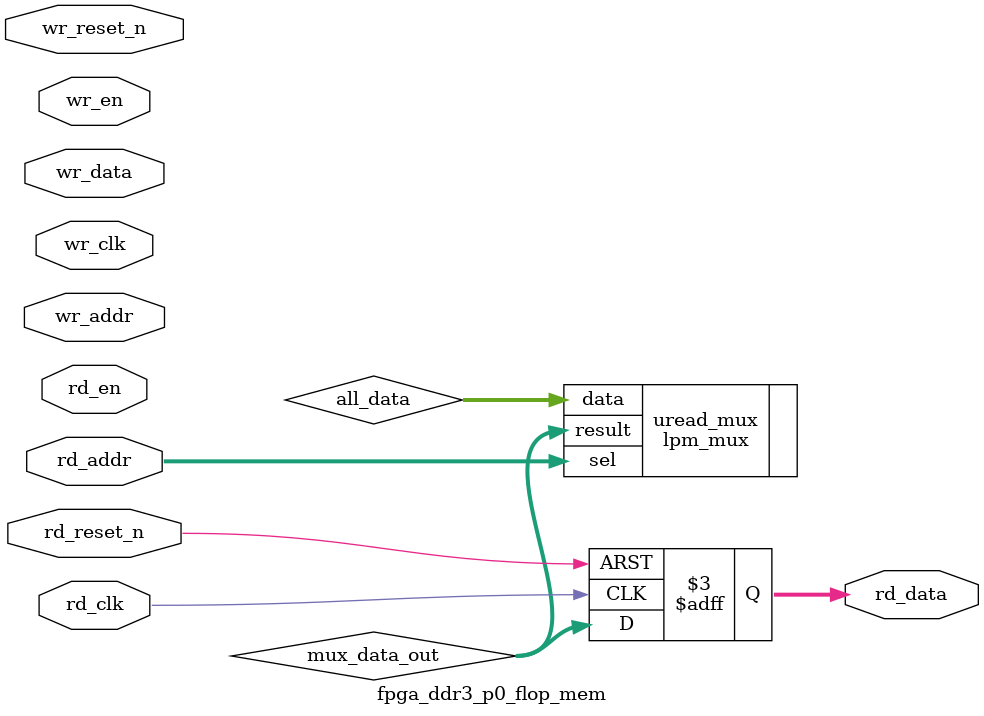
<source format=v>



`timescale 1 ps / 1 ps

(* altera_attribute = "-name ALLOW_SYNCH_CTRL_USAGE ON;-name AUTO_CLOCK_ENABLE_RECOGNITION ON" *)
module fpga_ddr3_p0_flop_mem(
	wr_reset_n,
	wr_clk,
	wr_en,
	wr_addr,
	wr_data,
	rd_reset_n,
	rd_clk,
	rd_en,
	rd_addr,
	rd_data
);

parameter WRITE_MEM_DEPTH	= "";
parameter WRITE_ADDR_WIDTH	= "";
parameter WRITE_DATA_WIDTH	= "";
parameter READ_MEM_DEPTH	= "";
parameter READ_ADDR_WIDTH	= "";		 
parameter READ_DATA_WIDTH	= "";


input	wr_reset_n;
input	wr_clk;
input	wr_en;
input	[WRITE_ADDR_WIDTH-1:0] wr_addr;
input	[WRITE_DATA_WIDTH-1:0] wr_data;
input	rd_reset_n;
input	rd_clk;
input	rd_en;
input	[READ_ADDR_WIDTH-1:0] rd_addr;
output	[READ_DATA_WIDTH-1:0] rd_data;



wire	[WRITE_DATA_WIDTH*WRITE_MEM_DEPTH-1:0] all_data;
wire	[READ_DATA_WIDTH-1:0] mux_data_out;



// declare a memory with WRITE_MEM_DEPTH entries
// each entry contains a data size of WRITE_DATA_WIDTH
reg	[WRITE_DATA_WIDTH-1:0] data_stored [0:WRITE_MEM_DEPTH-1] /* synthesis syn_preserve = 1 */;
reg	[READ_DATA_WIDTH-1:0] rd_data;

generate
genvar entry;
	for (entry=0; entry < WRITE_MEM_DEPTH; entry=entry+1)
	begin: mem_location
		assign all_data[(WRITE_DATA_WIDTH*(entry+1)-1) : (WRITE_DATA_WIDTH*entry)] = data_stored[entry]; 
		
		always @(posedge wr_clk or negedge wr_reset_n)
		begin
			if (~wr_reset_n) begin
				data_stored[entry] <= {WRITE_DATA_WIDTH{1'b0}};
			end else begin
				if (wr_en) begin
					if (entry == wr_addr) begin
						data_stored[entry] <= wr_data;
					end
				end
			end
		end		
	end
endgenerate

// mux to select the correct output data based on read address
lpm_mux	uread_mux(
	.sel (rd_addr),
	.data (all_data),
	.result (mux_data_out)
	// synopsys translate_off
	,
	.aclr (),
	.clken (),
	.clock ()
	// synopsys translate_on
	);
 defparam uread_mux.lpm_size = READ_MEM_DEPTH;
 defparam uread_mux.lpm_type = "LPM_MUX";
 defparam uread_mux.lpm_width = READ_DATA_WIDTH;
 defparam uread_mux.lpm_widths = READ_ADDR_WIDTH;

always @(posedge rd_clk or negedge rd_reset_n)	
begin
	if (~rd_reset_n) begin
		rd_data <= {READ_DATA_WIDTH{1'b0}};
	end else begin
		rd_data <= mux_data_out;
	end
end

endmodule

</source>
